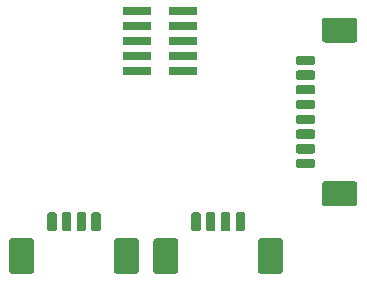
<source format=gbp>
G04 #@! TF.GenerationSoftware,KiCad,Pcbnew,(5.1.5)-3*
G04 #@! TF.CreationDate,2021-09-26T22:58:58-04:00*
G04 #@! TF.ProjectId,EPC611 LIDAR,45504336-3131-4204-9c49-4441522e6b69,rev?*
G04 #@! TF.SameCoordinates,Original*
G04 #@! TF.FileFunction,Paste,Bot*
G04 #@! TF.FilePolarity,Positive*
%FSLAX46Y46*%
G04 Gerber Fmt 4.6, Leading zero omitted, Abs format (unit mm)*
G04 Created by KiCad (PCBNEW (5.1.5)-3) date 2021-09-26 22:58:58*
%MOMM*%
%LPD*%
G04 APERTURE LIST*
%ADD10C,0.100000*%
%ADD11R,2.400000X0.740000*%
G04 APERTURE END LIST*
D10*
G36*
X118374504Y-105976204D02*
G01*
X118398773Y-105979804D01*
X118422571Y-105985765D01*
X118445671Y-105994030D01*
X118467849Y-106004520D01*
X118488893Y-106017133D01*
X118508598Y-106031747D01*
X118526777Y-106048223D01*
X118543253Y-106066402D01*
X118557867Y-106086107D01*
X118570480Y-106107151D01*
X118580970Y-106129329D01*
X118589235Y-106152429D01*
X118595196Y-106176227D01*
X118598796Y-106200496D01*
X118600000Y-106225000D01*
X118600000Y-107825000D01*
X118598796Y-107849504D01*
X118595196Y-107873773D01*
X118589235Y-107897571D01*
X118580970Y-107920671D01*
X118570480Y-107942849D01*
X118557867Y-107963893D01*
X118543253Y-107983598D01*
X118526777Y-108001777D01*
X118508598Y-108018253D01*
X118488893Y-108032867D01*
X118467849Y-108045480D01*
X118445671Y-108055970D01*
X118422571Y-108064235D01*
X118398773Y-108070196D01*
X118374504Y-108073796D01*
X118350000Y-108075000D01*
X115850000Y-108075000D01*
X115825496Y-108073796D01*
X115801227Y-108070196D01*
X115777429Y-108064235D01*
X115754329Y-108055970D01*
X115732151Y-108045480D01*
X115711107Y-108032867D01*
X115691402Y-108018253D01*
X115673223Y-108001777D01*
X115656747Y-107983598D01*
X115642133Y-107963893D01*
X115629520Y-107942849D01*
X115619030Y-107920671D01*
X115610765Y-107897571D01*
X115604804Y-107873773D01*
X115601204Y-107849504D01*
X115600000Y-107825000D01*
X115600000Y-106225000D01*
X115601204Y-106200496D01*
X115604804Y-106176227D01*
X115610765Y-106152429D01*
X115619030Y-106129329D01*
X115629520Y-106107151D01*
X115642133Y-106086107D01*
X115656747Y-106066402D01*
X115673223Y-106048223D01*
X115691402Y-106031747D01*
X115711107Y-106017133D01*
X115732151Y-106004520D01*
X115754329Y-105994030D01*
X115777429Y-105985765D01*
X115801227Y-105979804D01*
X115825496Y-105976204D01*
X115850000Y-105975000D01*
X118350000Y-105975000D01*
X118374504Y-105976204D01*
G37*
G36*
X118374504Y-92126204D02*
G01*
X118398773Y-92129804D01*
X118422571Y-92135765D01*
X118445671Y-92144030D01*
X118467849Y-92154520D01*
X118488893Y-92167133D01*
X118508598Y-92181747D01*
X118526777Y-92198223D01*
X118543253Y-92216402D01*
X118557867Y-92236107D01*
X118570480Y-92257151D01*
X118580970Y-92279329D01*
X118589235Y-92302429D01*
X118595196Y-92326227D01*
X118598796Y-92350496D01*
X118600000Y-92375000D01*
X118600000Y-93975000D01*
X118598796Y-93999504D01*
X118595196Y-94023773D01*
X118589235Y-94047571D01*
X118580970Y-94070671D01*
X118570480Y-94092849D01*
X118557867Y-94113893D01*
X118543253Y-94133598D01*
X118526777Y-94151777D01*
X118508598Y-94168253D01*
X118488893Y-94182867D01*
X118467849Y-94195480D01*
X118445671Y-94205970D01*
X118422571Y-94214235D01*
X118398773Y-94220196D01*
X118374504Y-94223796D01*
X118350000Y-94225000D01*
X115850000Y-94225000D01*
X115825496Y-94223796D01*
X115801227Y-94220196D01*
X115777429Y-94214235D01*
X115754329Y-94205970D01*
X115732151Y-94195480D01*
X115711107Y-94182867D01*
X115691402Y-94168253D01*
X115673223Y-94151777D01*
X115656747Y-94133598D01*
X115642133Y-94113893D01*
X115629520Y-94092849D01*
X115619030Y-94070671D01*
X115610765Y-94047571D01*
X115604804Y-94023773D01*
X115601204Y-93999504D01*
X115600000Y-93975000D01*
X115600000Y-92375000D01*
X115601204Y-92350496D01*
X115604804Y-92326227D01*
X115610765Y-92302429D01*
X115619030Y-92279329D01*
X115629520Y-92257151D01*
X115642133Y-92236107D01*
X115656747Y-92216402D01*
X115673223Y-92198223D01*
X115691402Y-92181747D01*
X115711107Y-92167133D01*
X115732151Y-92154520D01*
X115754329Y-92144030D01*
X115777429Y-92135765D01*
X115801227Y-92129804D01*
X115825496Y-92126204D01*
X115850000Y-92125000D01*
X118350000Y-92125000D01*
X118374504Y-92126204D01*
G37*
G36*
X114819603Y-104075963D02*
G01*
X114839018Y-104078843D01*
X114858057Y-104083612D01*
X114876537Y-104090224D01*
X114894279Y-104098616D01*
X114911114Y-104108706D01*
X114926879Y-104120398D01*
X114941421Y-104133579D01*
X114954602Y-104148121D01*
X114966294Y-104163886D01*
X114976384Y-104180721D01*
X114984776Y-104198463D01*
X114991388Y-104216943D01*
X114996157Y-104235982D01*
X114999037Y-104255397D01*
X115000000Y-104275000D01*
X115000000Y-104675000D01*
X114999037Y-104694603D01*
X114996157Y-104714018D01*
X114991388Y-104733057D01*
X114984776Y-104751537D01*
X114976384Y-104769279D01*
X114966294Y-104786114D01*
X114954602Y-104801879D01*
X114941421Y-104816421D01*
X114926879Y-104829602D01*
X114911114Y-104841294D01*
X114894279Y-104851384D01*
X114876537Y-104859776D01*
X114858057Y-104866388D01*
X114839018Y-104871157D01*
X114819603Y-104874037D01*
X114800000Y-104875000D01*
X113600000Y-104875000D01*
X113580397Y-104874037D01*
X113560982Y-104871157D01*
X113541943Y-104866388D01*
X113523463Y-104859776D01*
X113505721Y-104851384D01*
X113488886Y-104841294D01*
X113473121Y-104829602D01*
X113458579Y-104816421D01*
X113445398Y-104801879D01*
X113433706Y-104786114D01*
X113423616Y-104769279D01*
X113415224Y-104751537D01*
X113408612Y-104733057D01*
X113403843Y-104714018D01*
X113400963Y-104694603D01*
X113400000Y-104675000D01*
X113400000Y-104275000D01*
X113400963Y-104255397D01*
X113403843Y-104235982D01*
X113408612Y-104216943D01*
X113415224Y-104198463D01*
X113423616Y-104180721D01*
X113433706Y-104163886D01*
X113445398Y-104148121D01*
X113458579Y-104133579D01*
X113473121Y-104120398D01*
X113488886Y-104108706D01*
X113505721Y-104098616D01*
X113523463Y-104090224D01*
X113541943Y-104083612D01*
X113560982Y-104078843D01*
X113580397Y-104075963D01*
X113600000Y-104075000D01*
X114800000Y-104075000D01*
X114819603Y-104075963D01*
G37*
G36*
X114819603Y-102825963D02*
G01*
X114839018Y-102828843D01*
X114858057Y-102833612D01*
X114876537Y-102840224D01*
X114894279Y-102848616D01*
X114911114Y-102858706D01*
X114926879Y-102870398D01*
X114941421Y-102883579D01*
X114954602Y-102898121D01*
X114966294Y-102913886D01*
X114976384Y-102930721D01*
X114984776Y-102948463D01*
X114991388Y-102966943D01*
X114996157Y-102985982D01*
X114999037Y-103005397D01*
X115000000Y-103025000D01*
X115000000Y-103425000D01*
X114999037Y-103444603D01*
X114996157Y-103464018D01*
X114991388Y-103483057D01*
X114984776Y-103501537D01*
X114976384Y-103519279D01*
X114966294Y-103536114D01*
X114954602Y-103551879D01*
X114941421Y-103566421D01*
X114926879Y-103579602D01*
X114911114Y-103591294D01*
X114894279Y-103601384D01*
X114876537Y-103609776D01*
X114858057Y-103616388D01*
X114839018Y-103621157D01*
X114819603Y-103624037D01*
X114800000Y-103625000D01*
X113600000Y-103625000D01*
X113580397Y-103624037D01*
X113560982Y-103621157D01*
X113541943Y-103616388D01*
X113523463Y-103609776D01*
X113505721Y-103601384D01*
X113488886Y-103591294D01*
X113473121Y-103579602D01*
X113458579Y-103566421D01*
X113445398Y-103551879D01*
X113433706Y-103536114D01*
X113423616Y-103519279D01*
X113415224Y-103501537D01*
X113408612Y-103483057D01*
X113403843Y-103464018D01*
X113400963Y-103444603D01*
X113400000Y-103425000D01*
X113400000Y-103025000D01*
X113400963Y-103005397D01*
X113403843Y-102985982D01*
X113408612Y-102966943D01*
X113415224Y-102948463D01*
X113423616Y-102930721D01*
X113433706Y-102913886D01*
X113445398Y-102898121D01*
X113458579Y-102883579D01*
X113473121Y-102870398D01*
X113488886Y-102858706D01*
X113505721Y-102848616D01*
X113523463Y-102840224D01*
X113541943Y-102833612D01*
X113560982Y-102828843D01*
X113580397Y-102825963D01*
X113600000Y-102825000D01*
X114800000Y-102825000D01*
X114819603Y-102825963D01*
G37*
G36*
X114819603Y-101575963D02*
G01*
X114839018Y-101578843D01*
X114858057Y-101583612D01*
X114876537Y-101590224D01*
X114894279Y-101598616D01*
X114911114Y-101608706D01*
X114926879Y-101620398D01*
X114941421Y-101633579D01*
X114954602Y-101648121D01*
X114966294Y-101663886D01*
X114976384Y-101680721D01*
X114984776Y-101698463D01*
X114991388Y-101716943D01*
X114996157Y-101735982D01*
X114999037Y-101755397D01*
X115000000Y-101775000D01*
X115000000Y-102175000D01*
X114999037Y-102194603D01*
X114996157Y-102214018D01*
X114991388Y-102233057D01*
X114984776Y-102251537D01*
X114976384Y-102269279D01*
X114966294Y-102286114D01*
X114954602Y-102301879D01*
X114941421Y-102316421D01*
X114926879Y-102329602D01*
X114911114Y-102341294D01*
X114894279Y-102351384D01*
X114876537Y-102359776D01*
X114858057Y-102366388D01*
X114839018Y-102371157D01*
X114819603Y-102374037D01*
X114800000Y-102375000D01*
X113600000Y-102375000D01*
X113580397Y-102374037D01*
X113560982Y-102371157D01*
X113541943Y-102366388D01*
X113523463Y-102359776D01*
X113505721Y-102351384D01*
X113488886Y-102341294D01*
X113473121Y-102329602D01*
X113458579Y-102316421D01*
X113445398Y-102301879D01*
X113433706Y-102286114D01*
X113423616Y-102269279D01*
X113415224Y-102251537D01*
X113408612Y-102233057D01*
X113403843Y-102214018D01*
X113400963Y-102194603D01*
X113400000Y-102175000D01*
X113400000Y-101775000D01*
X113400963Y-101755397D01*
X113403843Y-101735982D01*
X113408612Y-101716943D01*
X113415224Y-101698463D01*
X113423616Y-101680721D01*
X113433706Y-101663886D01*
X113445398Y-101648121D01*
X113458579Y-101633579D01*
X113473121Y-101620398D01*
X113488886Y-101608706D01*
X113505721Y-101598616D01*
X113523463Y-101590224D01*
X113541943Y-101583612D01*
X113560982Y-101578843D01*
X113580397Y-101575963D01*
X113600000Y-101575000D01*
X114800000Y-101575000D01*
X114819603Y-101575963D01*
G37*
G36*
X114819603Y-100325963D02*
G01*
X114839018Y-100328843D01*
X114858057Y-100333612D01*
X114876537Y-100340224D01*
X114894279Y-100348616D01*
X114911114Y-100358706D01*
X114926879Y-100370398D01*
X114941421Y-100383579D01*
X114954602Y-100398121D01*
X114966294Y-100413886D01*
X114976384Y-100430721D01*
X114984776Y-100448463D01*
X114991388Y-100466943D01*
X114996157Y-100485982D01*
X114999037Y-100505397D01*
X115000000Y-100525000D01*
X115000000Y-100925000D01*
X114999037Y-100944603D01*
X114996157Y-100964018D01*
X114991388Y-100983057D01*
X114984776Y-101001537D01*
X114976384Y-101019279D01*
X114966294Y-101036114D01*
X114954602Y-101051879D01*
X114941421Y-101066421D01*
X114926879Y-101079602D01*
X114911114Y-101091294D01*
X114894279Y-101101384D01*
X114876537Y-101109776D01*
X114858057Y-101116388D01*
X114839018Y-101121157D01*
X114819603Y-101124037D01*
X114800000Y-101125000D01*
X113600000Y-101125000D01*
X113580397Y-101124037D01*
X113560982Y-101121157D01*
X113541943Y-101116388D01*
X113523463Y-101109776D01*
X113505721Y-101101384D01*
X113488886Y-101091294D01*
X113473121Y-101079602D01*
X113458579Y-101066421D01*
X113445398Y-101051879D01*
X113433706Y-101036114D01*
X113423616Y-101019279D01*
X113415224Y-101001537D01*
X113408612Y-100983057D01*
X113403843Y-100964018D01*
X113400963Y-100944603D01*
X113400000Y-100925000D01*
X113400000Y-100525000D01*
X113400963Y-100505397D01*
X113403843Y-100485982D01*
X113408612Y-100466943D01*
X113415224Y-100448463D01*
X113423616Y-100430721D01*
X113433706Y-100413886D01*
X113445398Y-100398121D01*
X113458579Y-100383579D01*
X113473121Y-100370398D01*
X113488886Y-100358706D01*
X113505721Y-100348616D01*
X113523463Y-100340224D01*
X113541943Y-100333612D01*
X113560982Y-100328843D01*
X113580397Y-100325963D01*
X113600000Y-100325000D01*
X114800000Y-100325000D01*
X114819603Y-100325963D01*
G37*
G36*
X114819603Y-99075963D02*
G01*
X114839018Y-99078843D01*
X114858057Y-99083612D01*
X114876537Y-99090224D01*
X114894279Y-99098616D01*
X114911114Y-99108706D01*
X114926879Y-99120398D01*
X114941421Y-99133579D01*
X114954602Y-99148121D01*
X114966294Y-99163886D01*
X114976384Y-99180721D01*
X114984776Y-99198463D01*
X114991388Y-99216943D01*
X114996157Y-99235982D01*
X114999037Y-99255397D01*
X115000000Y-99275000D01*
X115000000Y-99675000D01*
X114999037Y-99694603D01*
X114996157Y-99714018D01*
X114991388Y-99733057D01*
X114984776Y-99751537D01*
X114976384Y-99769279D01*
X114966294Y-99786114D01*
X114954602Y-99801879D01*
X114941421Y-99816421D01*
X114926879Y-99829602D01*
X114911114Y-99841294D01*
X114894279Y-99851384D01*
X114876537Y-99859776D01*
X114858057Y-99866388D01*
X114839018Y-99871157D01*
X114819603Y-99874037D01*
X114800000Y-99875000D01*
X113600000Y-99875000D01*
X113580397Y-99874037D01*
X113560982Y-99871157D01*
X113541943Y-99866388D01*
X113523463Y-99859776D01*
X113505721Y-99851384D01*
X113488886Y-99841294D01*
X113473121Y-99829602D01*
X113458579Y-99816421D01*
X113445398Y-99801879D01*
X113433706Y-99786114D01*
X113423616Y-99769279D01*
X113415224Y-99751537D01*
X113408612Y-99733057D01*
X113403843Y-99714018D01*
X113400963Y-99694603D01*
X113400000Y-99675000D01*
X113400000Y-99275000D01*
X113400963Y-99255397D01*
X113403843Y-99235982D01*
X113408612Y-99216943D01*
X113415224Y-99198463D01*
X113423616Y-99180721D01*
X113433706Y-99163886D01*
X113445398Y-99148121D01*
X113458579Y-99133579D01*
X113473121Y-99120398D01*
X113488886Y-99108706D01*
X113505721Y-99098616D01*
X113523463Y-99090224D01*
X113541943Y-99083612D01*
X113560982Y-99078843D01*
X113580397Y-99075963D01*
X113600000Y-99075000D01*
X114800000Y-99075000D01*
X114819603Y-99075963D01*
G37*
G36*
X114819603Y-97825963D02*
G01*
X114839018Y-97828843D01*
X114858057Y-97833612D01*
X114876537Y-97840224D01*
X114894279Y-97848616D01*
X114911114Y-97858706D01*
X114926879Y-97870398D01*
X114941421Y-97883579D01*
X114954602Y-97898121D01*
X114966294Y-97913886D01*
X114976384Y-97930721D01*
X114984776Y-97948463D01*
X114991388Y-97966943D01*
X114996157Y-97985982D01*
X114999037Y-98005397D01*
X115000000Y-98025000D01*
X115000000Y-98425000D01*
X114999037Y-98444603D01*
X114996157Y-98464018D01*
X114991388Y-98483057D01*
X114984776Y-98501537D01*
X114976384Y-98519279D01*
X114966294Y-98536114D01*
X114954602Y-98551879D01*
X114941421Y-98566421D01*
X114926879Y-98579602D01*
X114911114Y-98591294D01*
X114894279Y-98601384D01*
X114876537Y-98609776D01*
X114858057Y-98616388D01*
X114839018Y-98621157D01*
X114819603Y-98624037D01*
X114800000Y-98625000D01*
X113600000Y-98625000D01*
X113580397Y-98624037D01*
X113560982Y-98621157D01*
X113541943Y-98616388D01*
X113523463Y-98609776D01*
X113505721Y-98601384D01*
X113488886Y-98591294D01*
X113473121Y-98579602D01*
X113458579Y-98566421D01*
X113445398Y-98551879D01*
X113433706Y-98536114D01*
X113423616Y-98519279D01*
X113415224Y-98501537D01*
X113408612Y-98483057D01*
X113403843Y-98464018D01*
X113400963Y-98444603D01*
X113400000Y-98425000D01*
X113400000Y-98025000D01*
X113400963Y-98005397D01*
X113403843Y-97985982D01*
X113408612Y-97966943D01*
X113415224Y-97948463D01*
X113423616Y-97930721D01*
X113433706Y-97913886D01*
X113445398Y-97898121D01*
X113458579Y-97883579D01*
X113473121Y-97870398D01*
X113488886Y-97858706D01*
X113505721Y-97848616D01*
X113523463Y-97840224D01*
X113541943Y-97833612D01*
X113560982Y-97828843D01*
X113580397Y-97825963D01*
X113600000Y-97825000D01*
X114800000Y-97825000D01*
X114819603Y-97825963D01*
G37*
G36*
X114819603Y-96575963D02*
G01*
X114839018Y-96578843D01*
X114858057Y-96583612D01*
X114876537Y-96590224D01*
X114894279Y-96598616D01*
X114911114Y-96608706D01*
X114926879Y-96620398D01*
X114941421Y-96633579D01*
X114954602Y-96648121D01*
X114966294Y-96663886D01*
X114976384Y-96680721D01*
X114984776Y-96698463D01*
X114991388Y-96716943D01*
X114996157Y-96735982D01*
X114999037Y-96755397D01*
X115000000Y-96775000D01*
X115000000Y-97175000D01*
X114999037Y-97194603D01*
X114996157Y-97214018D01*
X114991388Y-97233057D01*
X114984776Y-97251537D01*
X114976384Y-97269279D01*
X114966294Y-97286114D01*
X114954602Y-97301879D01*
X114941421Y-97316421D01*
X114926879Y-97329602D01*
X114911114Y-97341294D01*
X114894279Y-97351384D01*
X114876537Y-97359776D01*
X114858057Y-97366388D01*
X114839018Y-97371157D01*
X114819603Y-97374037D01*
X114800000Y-97375000D01*
X113600000Y-97375000D01*
X113580397Y-97374037D01*
X113560982Y-97371157D01*
X113541943Y-97366388D01*
X113523463Y-97359776D01*
X113505721Y-97351384D01*
X113488886Y-97341294D01*
X113473121Y-97329602D01*
X113458579Y-97316421D01*
X113445398Y-97301879D01*
X113433706Y-97286114D01*
X113423616Y-97269279D01*
X113415224Y-97251537D01*
X113408612Y-97233057D01*
X113403843Y-97214018D01*
X113400963Y-97194603D01*
X113400000Y-97175000D01*
X113400000Y-96775000D01*
X113400963Y-96755397D01*
X113403843Y-96735982D01*
X113408612Y-96716943D01*
X113415224Y-96698463D01*
X113423616Y-96680721D01*
X113433706Y-96663886D01*
X113445398Y-96648121D01*
X113458579Y-96633579D01*
X113473121Y-96620398D01*
X113488886Y-96608706D01*
X113505721Y-96598616D01*
X113523463Y-96590224D01*
X113541943Y-96583612D01*
X113560982Y-96578843D01*
X113580397Y-96575963D01*
X113600000Y-96575000D01*
X114800000Y-96575000D01*
X114819603Y-96575963D01*
G37*
G36*
X114819603Y-95325963D02*
G01*
X114839018Y-95328843D01*
X114858057Y-95333612D01*
X114876537Y-95340224D01*
X114894279Y-95348616D01*
X114911114Y-95358706D01*
X114926879Y-95370398D01*
X114941421Y-95383579D01*
X114954602Y-95398121D01*
X114966294Y-95413886D01*
X114976384Y-95430721D01*
X114984776Y-95448463D01*
X114991388Y-95466943D01*
X114996157Y-95485982D01*
X114999037Y-95505397D01*
X115000000Y-95525000D01*
X115000000Y-95925000D01*
X114999037Y-95944603D01*
X114996157Y-95964018D01*
X114991388Y-95983057D01*
X114984776Y-96001537D01*
X114976384Y-96019279D01*
X114966294Y-96036114D01*
X114954602Y-96051879D01*
X114941421Y-96066421D01*
X114926879Y-96079602D01*
X114911114Y-96091294D01*
X114894279Y-96101384D01*
X114876537Y-96109776D01*
X114858057Y-96116388D01*
X114839018Y-96121157D01*
X114819603Y-96124037D01*
X114800000Y-96125000D01*
X113600000Y-96125000D01*
X113580397Y-96124037D01*
X113560982Y-96121157D01*
X113541943Y-96116388D01*
X113523463Y-96109776D01*
X113505721Y-96101384D01*
X113488886Y-96091294D01*
X113473121Y-96079602D01*
X113458579Y-96066421D01*
X113445398Y-96051879D01*
X113433706Y-96036114D01*
X113423616Y-96019279D01*
X113415224Y-96001537D01*
X113408612Y-95983057D01*
X113403843Y-95964018D01*
X113400963Y-95944603D01*
X113400000Y-95925000D01*
X113400000Y-95525000D01*
X113400963Y-95505397D01*
X113403843Y-95485982D01*
X113408612Y-95466943D01*
X113415224Y-95448463D01*
X113423616Y-95430721D01*
X113433706Y-95413886D01*
X113445398Y-95398121D01*
X113458579Y-95383579D01*
X113473121Y-95370398D01*
X113488886Y-95358706D01*
X113505721Y-95348616D01*
X113523463Y-95340224D01*
X113541943Y-95333612D01*
X113560982Y-95328843D01*
X113580397Y-95325963D01*
X113600000Y-95325000D01*
X114800000Y-95325000D01*
X114819603Y-95325963D01*
G37*
G36*
X103199504Y-110801204D02*
G01*
X103223773Y-110804804D01*
X103247571Y-110810765D01*
X103270671Y-110819030D01*
X103292849Y-110829520D01*
X103313893Y-110842133D01*
X103333598Y-110856747D01*
X103351777Y-110873223D01*
X103368253Y-110891402D01*
X103382867Y-110911107D01*
X103395480Y-110932151D01*
X103405970Y-110954329D01*
X103414235Y-110977429D01*
X103420196Y-111001227D01*
X103423796Y-111025496D01*
X103425000Y-111050000D01*
X103425000Y-113550000D01*
X103423796Y-113574504D01*
X103420196Y-113598773D01*
X103414235Y-113622571D01*
X103405970Y-113645671D01*
X103395480Y-113667849D01*
X103382867Y-113688893D01*
X103368253Y-113708598D01*
X103351777Y-113726777D01*
X103333598Y-113743253D01*
X103313893Y-113757867D01*
X103292849Y-113770480D01*
X103270671Y-113780970D01*
X103247571Y-113789235D01*
X103223773Y-113795196D01*
X103199504Y-113798796D01*
X103175000Y-113800000D01*
X101575000Y-113800000D01*
X101550496Y-113798796D01*
X101526227Y-113795196D01*
X101502429Y-113789235D01*
X101479329Y-113780970D01*
X101457151Y-113770480D01*
X101436107Y-113757867D01*
X101416402Y-113743253D01*
X101398223Y-113726777D01*
X101381747Y-113708598D01*
X101367133Y-113688893D01*
X101354520Y-113667849D01*
X101344030Y-113645671D01*
X101335765Y-113622571D01*
X101329804Y-113598773D01*
X101326204Y-113574504D01*
X101325000Y-113550000D01*
X101325000Y-111050000D01*
X101326204Y-111025496D01*
X101329804Y-111001227D01*
X101335765Y-110977429D01*
X101344030Y-110954329D01*
X101354520Y-110932151D01*
X101367133Y-110911107D01*
X101381747Y-110891402D01*
X101398223Y-110873223D01*
X101416402Y-110856747D01*
X101436107Y-110842133D01*
X101457151Y-110829520D01*
X101479329Y-110819030D01*
X101502429Y-110810765D01*
X101526227Y-110804804D01*
X101550496Y-110801204D01*
X101575000Y-110800000D01*
X103175000Y-110800000D01*
X103199504Y-110801204D01*
G37*
G36*
X112049504Y-110801204D02*
G01*
X112073773Y-110804804D01*
X112097571Y-110810765D01*
X112120671Y-110819030D01*
X112142849Y-110829520D01*
X112163893Y-110842133D01*
X112183598Y-110856747D01*
X112201777Y-110873223D01*
X112218253Y-110891402D01*
X112232867Y-110911107D01*
X112245480Y-110932151D01*
X112255970Y-110954329D01*
X112264235Y-110977429D01*
X112270196Y-111001227D01*
X112273796Y-111025496D01*
X112275000Y-111050000D01*
X112275000Y-113550000D01*
X112273796Y-113574504D01*
X112270196Y-113598773D01*
X112264235Y-113622571D01*
X112255970Y-113645671D01*
X112245480Y-113667849D01*
X112232867Y-113688893D01*
X112218253Y-113708598D01*
X112201777Y-113726777D01*
X112183598Y-113743253D01*
X112163893Y-113757867D01*
X112142849Y-113770480D01*
X112120671Y-113780970D01*
X112097571Y-113789235D01*
X112073773Y-113795196D01*
X112049504Y-113798796D01*
X112025000Y-113800000D01*
X110425000Y-113800000D01*
X110400496Y-113798796D01*
X110376227Y-113795196D01*
X110352429Y-113789235D01*
X110329329Y-113780970D01*
X110307151Y-113770480D01*
X110286107Y-113757867D01*
X110266402Y-113743253D01*
X110248223Y-113726777D01*
X110231747Y-113708598D01*
X110217133Y-113688893D01*
X110204520Y-113667849D01*
X110194030Y-113645671D01*
X110185765Y-113622571D01*
X110179804Y-113598773D01*
X110176204Y-113574504D01*
X110175000Y-113550000D01*
X110175000Y-111050000D01*
X110176204Y-111025496D01*
X110179804Y-111001227D01*
X110185765Y-110977429D01*
X110194030Y-110954329D01*
X110204520Y-110932151D01*
X110217133Y-110911107D01*
X110231747Y-110891402D01*
X110248223Y-110873223D01*
X110266402Y-110856747D01*
X110286107Y-110842133D01*
X110307151Y-110829520D01*
X110329329Y-110819030D01*
X110352429Y-110810765D01*
X110376227Y-110804804D01*
X110400496Y-110801204D01*
X110425000Y-110800000D01*
X112025000Y-110800000D01*
X112049504Y-110801204D01*
G37*
G36*
X105144603Y-108600963D02*
G01*
X105164018Y-108603843D01*
X105183057Y-108608612D01*
X105201537Y-108615224D01*
X105219279Y-108623616D01*
X105236114Y-108633706D01*
X105251879Y-108645398D01*
X105266421Y-108658579D01*
X105279602Y-108673121D01*
X105291294Y-108688886D01*
X105301384Y-108705721D01*
X105309776Y-108723463D01*
X105316388Y-108741943D01*
X105321157Y-108760982D01*
X105324037Y-108780397D01*
X105325000Y-108800000D01*
X105325000Y-110000000D01*
X105324037Y-110019603D01*
X105321157Y-110039018D01*
X105316388Y-110058057D01*
X105309776Y-110076537D01*
X105301384Y-110094279D01*
X105291294Y-110111114D01*
X105279602Y-110126879D01*
X105266421Y-110141421D01*
X105251879Y-110154602D01*
X105236114Y-110166294D01*
X105219279Y-110176384D01*
X105201537Y-110184776D01*
X105183057Y-110191388D01*
X105164018Y-110196157D01*
X105144603Y-110199037D01*
X105125000Y-110200000D01*
X104725000Y-110200000D01*
X104705397Y-110199037D01*
X104685982Y-110196157D01*
X104666943Y-110191388D01*
X104648463Y-110184776D01*
X104630721Y-110176384D01*
X104613886Y-110166294D01*
X104598121Y-110154602D01*
X104583579Y-110141421D01*
X104570398Y-110126879D01*
X104558706Y-110111114D01*
X104548616Y-110094279D01*
X104540224Y-110076537D01*
X104533612Y-110058057D01*
X104528843Y-110039018D01*
X104525963Y-110019603D01*
X104525000Y-110000000D01*
X104525000Y-108800000D01*
X104525963Y-108780397D01*
X104528843Y-108760982D01*
X104533612Y-108741943D01*
X104540224Y-108723463D01*
X104548616Y-108705721D01*
X104558706Y-108688886D01*
X104570398Y-108673121D01*
X104583579Y-108658579D01*
X104598121Y-108645398D01*
X104613886Y-108633706D01*
X104630721Y-108623616D01*
X104648463Y-108615224D01*
X104666943Y-108608612D01*
X104685982Y-108603843D01*
X104705397Y-108600963D01*
X104725000Y-108600000D01*
X105125000Y-108600000D01*
X105144603Y-108600963D01*
G37*
G36*
X106394603Y-108600963D02*
G01*
X106414018Y-108603843D01*
X106433057Y-108608612D01*
X106451537Y-108615224D01*
X106469279Y-108623616D01*
X106486114Y-108633706D01*
X106501879Y-108645398D01*
X106516421Y-108658579D01*
X106529602Y-108673121D01*
X106541294Y-108688886D01*
X106551384Y-108705721D01*
X106559776Y-108723463D01*
X106566388Y-108741943D01*
X106571157Y-108760982D01*
X106574037Y-108780397D01*
X106575000Y-108800000D01*
X106575000Y-110000000D01*
X106574037Y-110019603D01*
X106571157Y-110039018D01*
X106566388Y-110058057D01*
X106559776Y-110076537D01*
X106551384Y-110094279D01*
X106541294Y-110111114D01*
X106529602Y-110126879D01*
X106516421Y-110141421D01*
X106501879Y-110154602D01*
X106486114Y-110166294D01*
X106469279Y-110176384D01*
X106451537Y-110184776D01*
X106433057Y-110191388D01*
X106414018Y-110196157D01*
X106394603Y-110199037D01*
X106375000Y-110200000D01*
X105975000Y-110200000D01*
X105955397Y-110199037D01*
X105935982Y-110196157D01*
X105916943Y-110191388D01*
X105898463Y-110184776D01*
X105880721Y-110176384D01*
X105863886Y-110166294D01*
X105848121Y-110154602D01*
X105833579Y-110141421D01*
X105820398Y-110126879D01*
X105808706Y-110111114D01*
X105798616Y-110094279D01*
X105790224Y-110076537D01*
X105783612Y-110058057D01*
X105778843Y-110039018D01*
X105775963Y-110019603D01*
X105775000Y-110000000D01*
X105775000Y-108800000D01*
X105775963Y-108780397D01*
X105778843Y-108760982D01*
X105783612Y-108741943D01*
X105790224Y-108723463D01*
X105798616Y-108705721D01*
X105808706Y-108688886D01*
X105820398Y-108673121D01*
X105833579Y-108658579D01*
X105848121Y-108645398D01*
X105863886Y-108633706D01*
X105880721Y-108623616D01*
X105898463Y-108615224D01*
X105916943Y-108608612D01*
X105935982Y-108603843D01*
X105955397Y-108600963D01*
X105975000Y-108600000D01*
X106375000Y-108600000D01*
X106394603Y-108600963D01*
G37*
G36*
X107644603Y-108600963D02*
G01*
X107664018Y-108603843D01*
X107683057Y-108608612D01*
X107701537Y-108615224D01*
X107719279Y-108623616D01*
X107736114Y-108633706D01*
X107751879Y-108645398D01*
X107766421Y-108658579D01*
X107779602Y-108673121D01*
X107791294Y-108688886D01*
X107801384Y-108705721D01*
X107809776Y-108723463D01*
X107816388Y-108741943D01*
X107821157Y-108760982D01*
X107824037Y-108780397D01*
X107825000Y-108800000D01*
X107825000Y-110000000D01*
X107824037Y-110019603D01*
X107821157Y-110039018D01*
X107816388Y-110058057D01*
X107809776Y-110076537D01*
X107801384Y-110094279D01*
X107791294Y-110111114D01*
X107779602Y-110126879D01*
X107766421Y-110141421D01*
X107751879Y-110154602D01*
X107736114Y-110166294D01*
X107719279Y-110176384D01*
X107701537Y-110184776D01*
X107683057Y-110191388D01*
X107664018Y-110196157D01*
X107644603Y-110199037D01*
X107625000Y-110200000D01*
X107225000Y-110200000D01*
X107205397Y-110199037D01*
X107185982Y-110196157D01*
X107166943Y-110191388D01*
X107148463Y-110184776D01*
X107130721Y-110176384D01*
X107113886Y-110166294D01*
X107098121Y-110154602D01*
X107083579Y-110141421D01*
X107070398Y-110126879D01*
X107058706Y-110111114D01*
X107048616Y-110094279D01*
X107040224Y-110076537D01*
X107033612Y-110058057D01*
X107028843Y-110039018D01*
X107025963Y-110019603D01*
X107025000Y-110000000D01*
X107025000Y-108800000D01*
X107025963Y-108780397D01*
X107028843Y-108760982D01*
X107033612Y-108741943D01*
X107040224Y-108723463D01*
X107048616Y-108705721D01*
X107058706Y-108688886D01*
X107070398Y-108673121D01*
X107083579Y-108658579D01*
X107098121Y-108645398D01*
X107113886Y-108633706D01*
X107130721Y-108623616D01*
X107148463Y-108615224D01*
X107166943Y-108608612D01*
X107185982Y-108603843D01*
X107205397Y-108600963D01*
X107225000Y-108600000D01*
X107625000Y-108600000D01*
X107644603Y-108600963D01*
G37*
G36*
X108894603Y-108600963D02*
G01*
X108914018Y-108603843D01*
X108933057Y-108608612D01*
X108951537Y-108615224D01*
X108969279Y-108623616D01*
X108986114Y-108633706D01*
X109001879Y-108645398D01*
X109016421Y-108658579D01*
X109029602Y-108673121D01*
X109041294Y-108688886D01*
X109051384Y-108705721D01*
X109059776Y-108723463D01*
X109066388Y-108741943D01*
X109071157Y-108760982D01*
X109074037Y-108780397D01*
X109075000Y-108800000D01*
X109075000Y-110000000D01*
X109074037Y-110019603D01*
X109071157Y-110039018D01*
X109066388Y-110058057D01*
X109059776Y-110076537D01*
X109051384Y-110094279D01*
X109041294Y-110111114D01*
X109029602Y-110126879D01*
X109016421Y-110141421D01*
X109001879Y-110154602D01*
X108986114Y-110166294D01*
X108969279Y-110176384D01*
X108951537Y-110184776D01*
X108933057Y-110191388D01*
X108914018Y-110196157D01*
X108894603Y-110199037D01*
X108875000Y-110200000D01*
X108475000Y-110200000D01*
X108455397Y-110199037D01*
X108435982Y-110196157D01*
X108416943Y-110191388D01*
X108398463Y-110184776D01*
X108380721Y-110176384D01*
X108363886Y-110166294D01*
X108348121Y-110154602D01*
X108333579Y-110141421D01*
X108320398Y-110126879D01*
X108308706Y-110111114D01*
X108298616Y-110094279D01*
X108290224Y-110076537D01*
X108283612Y-110058057D01*
X108278843Y-110039018D01*
X108275963Y-110019603D01*
X108275000Y-110000000D01*
X108275000Y-108800000D01*
X108275963Y-108780397D01*
X108278843Y-108760982D01*
X108283612Y-108741943D01*
X108290224Y-108723463D01*
X108298616Y-108705721D01*
X108308706Y-108688886D01*
X108320398Y-108673121D01*
X108333579Y-108658579D01*
X108348121Y-108645398D01*
X108363886Y-108633706D01*
X108380721Y-108623616D01*
X108398463Y-108615224D01*
X108416943Y-108608612D01*
X108435982Y-108603843D01*
X108455397Y-108600963D01*
X108475000Y-108600000D01*
X108875000Y-108600000D01*
X108894603Y-108600963D01*
G37*
D11*
X103850000Y-91560000D03*
X99950000Y-91560000D03*
X103850000Y-92830000D03*
X99950000Y-92830000D03*
X103850000Y-94100000D03*
X99950000Y-94100000D03*
X103850000Y-95370000D03*
X99950000Y-95370000D03*
X103850000Y-96640000D03*
X99950000Y-96640000D03*
D10*
G36*
X90999504Y-110801204D02*
G01*
X91023773Y-110804804D01*
X91047571Y-110810765D01*
X91070671Y-110819030D01*
X91092849Y-110829520D01*
X91113893Y-110842133D01*
X91133598Y-110856747D01*
X91151777Y-110873223D01*
X91168253Y-110891402D01*
X91182867Y-110911107D01*
X91195480Y-110932151D01*
X91205970Y-110954329D01*
X91214235Y-110977429D01*
X91220196Y-111001227D01*
X91223796Y-111025496D01*
X91225000Y-111050000D01*
X91225000Y-113550000D01*
X91223796Y-113574504D01*
X91220196Y-113598773D01*
X91214235Y-113622571D01*
X91205970Y-113645671D01*
X91195480Y-113667849D01*
X91182867Y-113688893D01*
X91168253Y-113708598D01*
X91151777Y-113726777D01*
X91133598Y-113743253D01*
X91113893Y-113757867D01*
X91092849Y-113770480D01*
X91070671Y-113780970D01*
X91047571Y-113789235D01*
X91023773Y-113795196D01*
X90999504Y-113798796D01*
X90975000Y-113800000D01*
X89375000Y-113800000D01*
X89350496Y-113798796D01*
X89326227Y-113795196D01*
X89302429Y-113789235D01*
X89279329Y-113780970D01*
X89257151Y-113770480D01*
X89236107Y-113757867D01*
X89216402Y-113743253D01*
X89198223Y-113726777D01*
X89181747Y-113708598D01*
X89167133Y-113688893D01*
X89154520Y-113667849D01*
X89144030Y-113645671D01*
X89135765Y-113622571D01*
X89129804Y-113598773D01*
X89126204Y-113574504D01*
X89125000Y-113550000D01*
X89125000Y-111050000D01*
X89126204Y-111025496D01*
X89129804Y-111001227D01*
X89135765Y-110977429D01*
X89144030Y-110954329D01*
X89154520Y-110932151D01*
X89167133Y-110911107D01*
X89181747Y-110891402D01*
X89198223Y-110873223D01*
X89216402Y-110856747D01*
X89236107Y-110842133D01*
X89257151Y-110829520D01*
X89279329Y-110819030D01*
X89302429Y-110810765D01*
X89326227Y-110804804D01*
X89350496Y-110801204D01*
X89375000Y-110800000D01*
X90975000Y-110800000D01*
X90999504Y-110801204D01*
G37*
G36*
X99849504Y-110801204D02*
G01*
X99873773Y-110804804D01*
X99897571Y-110810765D01*
X99920671Y-110819030D01*
X99942849Y-110829520D01*
X99963893Y-110842133D01*
X99983598Y-110856747D01*
X100001777Y-110873223D01*
X100018253Y-110891402D01*
X100032867Y-110911107D01*
X100045480Y-110932151D01*
X100055970Y-110954329D01*
X100064235Y-110977429D01*
X100070196Y-111001227D01*
X100073796Y-111025496D01*
X100075000Y-111050000D01*
X100075000Y-113550000D01*
X100073796Y-113574504D01*
X100070196Y-113598773D01*
X100064235Y-113622571D01*
X100055970Y-113645671D01*
X100045480Y-113667849D01*
X100032867Y-113688893D01*
X100018253Y-113708598D01*
X100001777Y-113726777D01*
X99983598Y-113743253D01*
X99963893Y-113757867D01*
X99942849Y-113770480D01*
X99920671Y-113780970D01*
X99897571Y-113789235D01*
X99873773Y-113795196D01*
X99849504Y-113798796D01*
X99825000Y-113800000D01*
X98225000Y-113800000D01*
X98200496Y-113798796D01*
X98176227Y-113795196D01*
X98152429Y-113789235D01*
X98129329Y-113780970D01*
X98107151Y-113770480D01*
X98086107Y-113757867D01*
X98066402Y-113743253D01*
X98048223Y-113726777D01*
X98031747Y-113708598D01*
X98017133Y-113688893D01*
X98004520Y-113667849D01*
X97994030Y-113645671D01*
X97985765Y-113622571D01*
X97979804Y-113598773D01*
X97976204Y-113574504D01*
X97975000Y-113550000D01*
X97975000Y-111050000D01*
X97976204Y-111025496D01*
X97979804Y-111001227D01*
X97985765Y-110977429D01*
X97994030Y-110954329D01*
X98004520Y-110932151D01*
X98017133Y-110911107D01*
X98031747Y-110891402D01*
X98048223Y-110873223D01*
X98066402Y-110856747D01*
X98086107Y-110842133D01*
X98107151Y-110829520D01*
X98129329Y-110819030D01*
X98152429Y-110810765D01*
X98176227Y-110804804D01*
X98200496Y-110801204D01*
X98225000Y-110800000D01*
X99825000Y-110800000D01*
X99849504Y-110801204D01*
G37*
G36*
X92944603Y-108600963D02*
G01*
X92964018Y-108603843D01*
X92983057Y-108608612D01*
X93001537Y-108615224D01*
X93019279Y-108623616D01*
X93036114Y-108633706D01*
X93051879Y-108645398D01*
X93066421Y-108658579D01*
X93079602Y-108673121D01*
X93091294Y-108688886D01*
X93101384Y-108705721D01*
X93109776Y-108723463D01*
X93116388Y-108741943D01*
X93121157Y-108760982D01*
X93124037Y-108780397D01*
X93125000Y-108800000D01*
X93125000Y-110000000D01*
X93124037Y-110019603D01*
X93121157Y-110039018D01*
X93116388Y-110058057D01*
X93109776Y-110076537D01*
X93101384Y-110094279D01*
X93091294Y-110111114D01*
X93079602Y-110126879D01*
X93066421Y-110141421D01*
X93051879Y-110154602D01*
X93036114Y-110166294D01*
X93019279Y-110176384D01*
X93001537Y-110184776D01*
X92983057Y-110191388D01*
X92964018Y-110196157D01*
X92944603Y-110199037D01*
X92925000Y-110200000D01*
X92525000Y-110200000D01*
X92505397Y-110199037D01*
X92485982Y-110196157D01*
X92466943Y-110191388D01*
X92448463Y-110184776D01*
X92430721Y-110176384D01*
X92413886Y-110166294D01*
X92398121Y-110154602D01*
X92383579Y-110141421D01*
X92370398Y-110126879D01*
X92358706Y-110111114D01*
X92348616Y-110094279D01*
X92340224Y-110076537D01*
X92333612Y-110058057D01*
X92328843Y-110039018D01*
X92325963Y-110019603D01*
X92325000Y-110000000D01*
X92325000Y-108800000D01*
X92325963Y-108780397D01*
X92328843Y-108760982D01*
X92333612Y-108741943D01*
X92340224Y-108723463D01*
X92348616Y-108705721D01*
X92358706Y-108688886D01*
X92370398Y-108673121D01*
X92383579Y-108658579D01*
X92398121Y-108645398D01*
X92413886Y-108633706D01*
X92430721Y-108623616D01*
X92448463Y-108615224D01*
X92466943Y-108608612D01*
X92485982Y-108603843D01*
X92505397Y-108600963D01*
X92525000Y-108600000D01*
X92925000Y-108600000D01*
X92944603Y-108600963D01*
G37*
G36*
X94194603Y-108600963D02*
G01*
X94214018Y-108603843D01*
X94233057Y-108608612D01*
X94251537Y-108615224D01*
X94269279Y-108623616D01*
X94286114Y-108633706D01*
X94301879Y-108645398D01*
X94316421Y-108658579D01*
X94329602Y-108673121D01*
X94341294Y-108688886D01*
X94351384Y-108705721D01*
X94359776Y-108723463D01*
X94366388Y-108741943D01*
X94371157Y-108760982D01*
X94374037Y-108780397D01*
X94375000Y-108800000D01*
X94375000Y-110000000D01*
X94374037Y-110019603D01*
X94371157Y-110039018D01*
X94366388Y-110058057D01*
X94359776Y-110076537D01*
X94351384Y-110094279D01*
X94341294Y-110111114D01*
X94329602Y-110126879D01*
X94316421Y-110141421D01*
X94301879Y-110154602D01*
X94286114Y-110166294D01*
X94269279Y-110176384D01*
X94251537Y-110184776D01*
X94233057Y-110191388D01*
X94214018Y-110196157D01*
X94194603Y-110199037D01*
X94175000Y-110200000D01*
X93775000Y-110200000D01*
X93755397Y-110199037D01*
X93735982Y-110196157D01*
X93716943Y-110191388D01*
X93698463Y-110184776D01*
X93680721Y-110176384D01*
X93663886Y-110166294D01*
X93648121Y-110154602D01*
X93633579Y-110141421D01*
X93620398Y-110126879D01*
X93608706Y-110111114D01*
X93598616Y-110094279D01*
X93590224Y-110076537D01*
X93583612Y-110058057D01*
X93578843Y-110039018D01*
X93575963Y-110019603D01*
X93575000Y-110000000D01*
X93575000Y-108800000D01*
X93575963Y-108780397D01*
X93578843Y-108760982D01*
X93583612Y-108741943D01*
X93590224Y-108723463D01*
X93598616Y-108705721D01*
X93608706Y-108688886D01*
X93620398Y-108673121D01*
X93633579Y-108658579D01*
X93648121Y-108645398D01*
X93663886Y-108633706D01*
X93680721Y-108623616D01*
X93698463Y-108615224D01*
X93716943Y-108608612D01*
X93735982Y-108603843D01*
X93755397Y-108600963D01*
X93775000Y-108600000D01*
X94175000Y-108600000D01*
X94194603Y-108600963D01*
G37*
G36*
X95444603Y-108600963D02*
G01*
X95464018Y-108603843D01*
X95483057Y-108608612D01*
X95501537Y-108615224D01*
X95519279Y-108623616D01*
X95536114Y-108633706D01*
X95551879Y-108645398D01*
X95566421Y-108658579D01*
X95579602Y-108673121D01*
X95591294Y-108688886D01*
X95601384Y-108705721D01*
X95609776Y-108723463D01*
X95616388Y-108741943D01*
X95621157Y-108760982D01*
X95624037Y-108780397D01*
X95625000Y-108800000D01*
X95625000Y-110000000D01*
X95624037Y-110019603D01*
X95621157Y-110039018D01*
X95616388Y-110058057D01*
X95609776Y-110076537D01*
X95601384Y-110094279D01*
X95591294Y-110111114D01*
X95579602Y-110126879D01*
X95566421Y-110141421D01*
X95551879Y-110154602D01*
X95536114Y-110166294D01*
X95519279Y-110176384D01*
X95501537Y-110184776D01*
X95483057Y-110191388D01*
X95464018Y-110196157D01*
X95444603Y-110199037D01*
X95425000Y-110200000D01*
X95025000Y-110200000D01*
X95005397Y-110199037D01*
X94985982Y-110196157D01*
X94966943Y-110191388D01*
X94948463Y-110184776D01*
X94930721Y-110176384D01*
X94913886Y-110166294D01*
X94898121Y-110154602D01*
X94883579Y-110141421D01*
X94870398Y-110126879D01*
X94858706Y-110111114D01*
X94848616Y-110094279D01*
X94840224Y-110076537D01*
X94833612Y-110058057D01*
X94828843Y-110039018D01*
X94825963Y-110019603D01*
X94825000Y-110000000D01*
X94825000Y-108800000D01*
X94825963Y-108780397D01*
X94828843Y-108760982D01*
X94833612Y-108741943D01*
X94840224Y-108723463D01*
X94848616Y-108705721D01*
X94858706Y-108688886D01*
X94870398Y-108673121D01*
X94883579Y-108658579D01*
X94898121Y-108645398D01*
X94913886Y-108633706D01*
X94930721Y-108623616D01*
X94948463Y-108615224D01*
X94966943Y-108608612D01*
X94985982Y-108603843D01*
X95005397Y-108600963D01*
X95025000Y-108600000D01*
X95425000Y-108600000D01*
X95444603Y-108600963D01*
G37*
G36*
X96694603Y-108600963D02*
G01*
X96714018Y-108603843D01*
X96733057Y-108608612D01*
X96751537Y-108615224D01*
X96769279Y-108623616D01*
X96786114Y-108633706D01*
X96801879Y-108645398D01*
X96816421Y-108658579D01*
X96829602Y-108673121D01*
X96841294Y-108688886D01*
X96851384Y-108705721D01*
X96859776Y-108723463D01*
X96866388Y-108741943D01*
X96871157Y-108760982D01*
X96874037Y-108780397D01*
X96875000Y-108800000D01*
X96875000Y-110000000D01*
X96874037Y-110019603D01*
X96871157Y-110039018D01*
X96866388Y-110058057D01*
X96859776Y-110076537D01*
X96851384Y-110094279D01*
X96841294Y-110111114D01*
X96829602Y-110126879D01*
X96816421Y-110141421D01*
X96801879Y-110154602D01*
X96786114Y-110166294D01*
X96769279Y-110176384D01*
X96751537Y-110184776D01*
X96733057Y-110191388D01*
X96714018Y-110196157D01*
X96694603Y-110199037D01*
X96675000Y-110200000D01*
X96275000Y-110200000D01*
X96255397Y-110199037D01*
X96235982Y-110196157D01*
X96216943Y-110191388D01*
X96198463Y-110184776D01*
X96180721Y-110176384D01*
X96163886Y-110166294D01*
X96148121Y-110154602D01*
X96133579Y-110141421D01*
X96120398Y-110126879D01*
X96108706Y-110111114D01*
X96098616Y-110094279D01*
X96090224Y-110076537D01*
X96083612Y-110058057D01*
X96078843Y-110039018D01*
X96075963Y-110019603D01*
X96075000Y-110000000D01*
X96075000Y-108800000D01*
X96075963Y-108780397D01*
X96078843Y-108760982D01*
X96083612Y-108741943D01*
X96090224Y-108723463D01*
X96098616Y-108705721D01*
X96108706Y-108688886D01*
X96120398Y-108673121D01*
X96133579Y-108658579D01*
X96148121Y-108645398D01*
X96163886Y-108633706D01*
X96180721Y-108623616D01*
X96198463Y-108615224D01*
X96216943Y-108608612D01*
X96235982Y-108603843D01*
X96255397Y-108600963D01*
X96275000Y-108600000D01*
X96675000Y-108600000D01*
X96694603Y-108600963D01*
G37*
M02*

</source>
